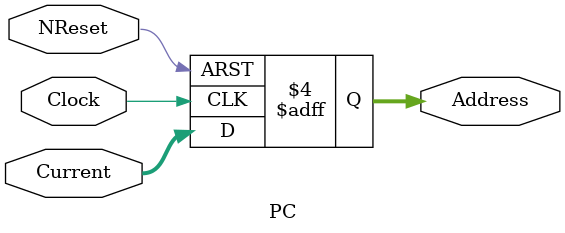
<source format=v>
`timescale 1ns / 1ps

module PC(
    input Clock, input NReset,
    input [31: 0] Current, output reg [31: 0] Address);
    
    initial Address <= 32'h0;
    always @(posedge Clock or negedge NReset) begin
        if (!NReset) Address <= 32'h0;
        else Address <= Current;
    end
endmodule

</source>
